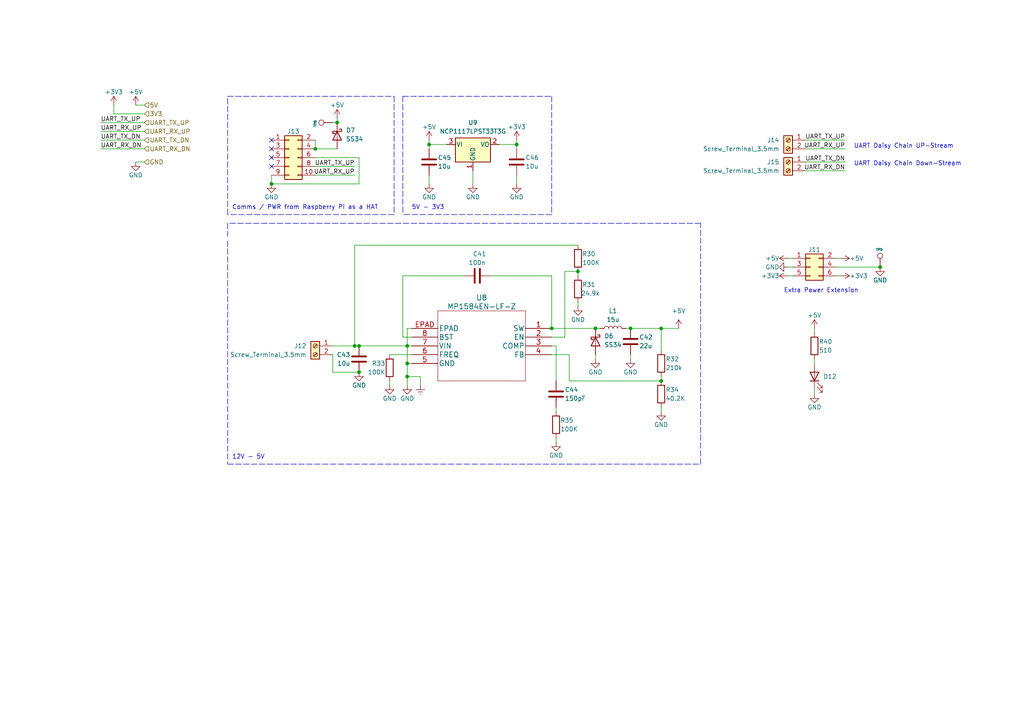
<source format=kicad_sch>
(kicad_sch (version 20211123) (generator eeschema)
  (paper "A4")
  (title_block (date "2022-09-12") (rev "0.2") (comment 1 "Runnan Li"))
  (lib_symbols
    (symbol "Connector:Screw_Terminal_01x02" (pin_names (offset 1.016) hide)
      (property "Reference" "J" (at 0 2.54 0))
      (property "Value" "Screw_Terminal_01x02" (at 0 -5.08 0))
      (symbol "Screw_Terminal_01x02_1_1"
        (rectangle (start -1.27 1.27) (end 1.27 -3.81) (stroke (width 0.254)) (fill (type background)))
        (circle (center 0 -2.54) (radius 0.635) (stroke (width 0.1524)))
        (polyline (pts (xy -0.5334 -2.2098) (xy 0.3302 -3.048)) (stroke (width 0.1524)))
        (polyline (pts (xy -0.5334 0.3302) (xy 0.3302 -0.508)) (stroke (width 0.1524)))
        (polyline (pts (xy -0.3556 -2.032) (xy 0.508 -2.8702)) (stroke (width 0.1524)))
        (polyline (pts (xy -0.3556 0.508) (xy 0.508 -0.3302)) (stroke (width 0.1524)))
        (circle (center 0 0) (radius 0.635) (stroke (width 0.1524)))
        (pin passive line (at -5.08 0 0) (length 3.81) (name "Pin_1") (number "1"))
        (pin passive line (at -5.08 -2.54 0) (length 3.81) (name "Pin_2") (number "2"))
      )
    )
    (symbol "Connector:TestPoint" (pin_numbers hide) (pin_names (offset 0.762) hide)
      (property "Reference" "TP" (at 0 6.858 0))
      (property "Value" "TestPoint" (at 0 5.08 0))
      (symbol "TestPoint_0_1"
        (circle (center 0 3.302) (radius 0.762))
      )
      (symbol "TestPoint_1_1"
        (pin passive line (at 0 0 90) (length 2.54) (name "1") (number "1"))
      )
    )
    (symbol "Connector_Generic:Conn_02x03_Odd_Even" (pin_names (offset 1.016) hide)
      (property "Reference" "J" (at 1.27 5.08 0))
      (property "Value" "Conn_02x03_Odd_Even" (at 1.27 -5.08 0))
      (symbol "Conn_02x03_Odd_Even_1_1"
        (rectangle (start -1.27 -2.413) (end 0 -2.667) (stroke (width 0.1524)))
        (rectangle (start -1.27 0.127) (end 0 -0.127) (stroke (width 0.1524)))
        (rectangle (start -1.27 2.667) (end 0 2.413) (stroke (width 0.1524)))
        (rectangle (start -1.27 3.81) (end 3.81 -3.81) (stroke (width 0.254)) (fill (type background)))
        (rectangle (start 3.81 -2.413) (end 2.54 -2.667) (stroke (width 0.1524)))
        (rectangle (start 3.81 0.127) (end 2.54 -0.127) (stroke (width 0.1524)))
        (rectangle (start 3.81 2.667) (end 2.54 2.413) (stroke (width 0.1524)))
        (pin passive line (at -5.08 2.54 0) (length 3.81) (name "Pin_1") (number "1"))
        (pin passive line (at 7.62 2.54 180) (length 3.81) (name "Pin_2") (number "2"))
        (pin passive line (at -5.08 0 0) (length 3.81) (name "Pin_3") (number "3"))
        (pin passive line (at 7.62 0 180) (length 3.81) (name "Pin_4") (number "4"))
        (pin passive line (at -5.08 -2.54 0) (length 3.81) (name "Pin_5") (number "5"))
        (pin passive line (at 7.62 -2.54 180) (length 3.81) (name "Pin_6") (number "6"))
      )
    )
    (symbol "Connector_Generic:Conn_02x05_Odd_Even" (pin_names (offset 1.016) hide)
      (property "Reference" "J" (at 1.27 7.62 0))
      (property "Value" "Conn_02x05_Odd_Even" (at 1.27 -7.62 0))
      (symbol "Conn_02x05_Odd_Even_1_1"
        (rectangle (start -1.27 -4.953) (end 0 -5.207) (stroke (width 0.1524)))
        (rectangle (start -1.27 -2.413) (end 0 -2.667) (stroke (width 0.1524)))
        (rectangle (start -1.27 0.127) (end 0 -0.127) (stroke (width 0.1524)))
        (rectangle (start -1.27 2.667) (end 0 2.413) (stroke (width 0.1524)))
        (rectangle (start -1.27 5.207) (end 0 4.953) (stroke (width 0.1524)))
        (rectangle (start -1.27 6.35) (end 3.81 -6.35) (stroke (width 0.254)) (fill (type background)))
        (rectangle (start 3.81 -4.953) (end 2.54 -5.207) (stroke (width 0.1524)))
        (rectangle (start 3.81 -2.413) (end 2.54 -2.667) (stroke (width 0.1524)))
        (rectangle (start 3.81 0.127) (end 2.54 -0.127) (stroke (width 0.1524)))
        (rectangle (start 3.81 2.667) (end 2.54 2.413) (stroke (width 0.1524)))
        (rectangle (start 3.81 5.207) (end 2.54 4.953) (stroke (width 0.1524)))
        (pin passive line (at -5.08 5.08 0) (length 3.81) (name "Pin_1") (number "1"))
        (pin passive line (at 7.62 -5.08 180) (length 3.81) (name "Pin_10") (number "10"))
        (pin passive line (at 7.62 5.08 180) (length 3.81) (name "Pin_2") (number "2"))
        (pin passive line (at -5.08 2.54 0) (length 3.81) (name "Pin_3") (number "3"))
        (pin passive line (at 7.62 2.54 180) (length 3.81) (name "Pin_4") (number "4"))
        (pin passive line (at -5.08 0 0) (length 3.81) (name "Pin_5") (number "5"))
        (pin passive line (at 7.62 0 180) (length 3.81) (name "Pin_6") (number "6"))
        (pin passive line (at -5.08 -2.54 0) (length 3.81) (name "Pin_7") (number "7"))
        (pin passive line (at 7.62 -2.54 180) (length 3.81) (name "Pin_8") (number "8"))
        (pin passive line (at -5.08 -5.08 0) (length 3.81) (name "Pin_9") (number "9"))
      )
    )
    (symbol "Device:C" (pin_numbers hide) (pin_names (offset 0.254))
      (property "Reference" "C" (at 0.635 2.54 0))
      (property "Value" "C" (at 0.635 -2.54 0))
      (symbol "C_0_1"
        (polyline (pts (xy -2.032 -0.762) (xy 2.032 -0.762)) (stroke (width 0.508)))
        (polyline (pts (xy -2.032 0.762) (xy 2.032 0.762)) (stroke (width 0.508)))
      )
      (symbol "C_1_1"
        (pin passive line (at 0 3.81 270) (length 2.794) (name "~") (number "1"))
        (pin passive line (at 0 -3.81 90) (length 2.794) (name "~") (number "2"))
      )
    )
    (symbol "Device:D_Schottky" (pin_numbers hide) (pin_names (offset 1.016) hide)
      (property "Reference" "D" (at 0 2.54 0))
      (property "Value" "D_Schottky" (at 0 -2.54 0))
      (symbol "D_Schottky_0_1"
        (polyline (pts (xy 1.27 0) (xy -1.27 0)))
        (polyline (pts (xy 1.27 1.27) (xy 1.27 -1.27) (xy -1.27 0) (xy 1.27 1.27)) (stroke (width 0.254)))
        (polyline (pts (xy -1.905 0.635) (xy -1.905 1.27) (xy -1.27 1.27) (xy -1.27 -1.27) (xy -0.635 -1.27) (xy -0.635 -0.635)) (stroke (width 0.254)))
      )
      (symbol "D_Schottky_1_1"
        (pin passive line (at -3.81 0 0) (length 2.54) (name "K") (number "1"))
        (pin passive line (at 3.81 0 180) (length 2.54) (name "A") (number "2"))
      )
    )
    (symbol "Device:L" (pin_numbers hide) (pin_names (offset 1.016) hide)
      (property "Reference" "L" (at -1.27 0 90))
      (property "Value" "L" (at 1.905 0 90))
      (symbol "L_0_1"
        (arc (start 0 -2.54) (mid 0.635 -1.905) (end 0 -1.27))
        (arc (start 0 -1.27) (mid 0.635 -0.635) (end 0 0))
        (arc (start 0 0) (mid 0.635 0.635) (end 0 1.27))
        (arc (start 0 1.27) (mid 0.635 1.905) (end 0 2.54))
      )
      (symbol "L_1_1"
        (pin passive line (at 0 3.81 270) (length 1.27) (name "1") (number "1"))
        (pin passive line (at 0 -3.81 90) (length 1.27) (name "2") (number "2"))
      )
    )
    (symbol "Device:LED" (pin_numbers hide) (pin_names (offset 1.016) hide)
      (property "Reference" "D" (at 0 2.54 0))
      (property "Value" "LED" (at 0 -2.54 0))
      (symbol "LED_0_1"
        (polyline (pts (xy -1.27 -1.27) (xy -1.27 1.27)) (stroke (width 0.254)))
        (polyline (pts (xy -1.27 0) (xy 1.27 0)))
        (polyline (pts (xy 1.27 -1.27) (xy 1.27 1.27) (xy -1.27 0) (xy 1.27 -1.27)) (stroke (width 0.254)))
        (polyline (pts (xy -3.048 -0.762) (xy -4.572 -2.286) (xy -3.81 -2.286) (xy -4.572 -2.286) (xy -4.572 -1.524)))
        (polyline (pts (xy -1.778 -0.762) (xy -3.302 -2.286) (xy -2.54 -2.286) (xy -3.302 -2.286) (xy -3.302 -1.524)))
      )
      (symbol "LED_1_1"
        (pin passive line (at -3.81 0 0) (length 2.54) (name "K") (number "1"))
        (pin passive line (at 3.81 0 180) (length 2.54) (name "A") (number "2"))
      )
    )
    (symbol "Device:R" (pin_numbers hide) (pin_names (offset 0))
      (property "Reference" "R" (at 2.032 0 90))
      (property "Value" "R" (at 0 0 90))
      (symbol "R_0_1"
        (rectangle (start -1.016 -2.54) (end 1.016 2.54) (stroke (width 0.254)))
      )
      (symbol "R_1_1"
        (pin passive line (at 0 3.81 270) (length 1.27) (name "~") (number "1"))
        (pin passive line (at 0 -3.81 90) (length 1.27) (name "~") (number "2"))
      )
    )
    (symbol "Regulator_Linear:NCP1117-3.3_SOT223" (pin_names (offset 0.254))
      (property "Reference" "U" (at -3.81 3.175 0))
      (property "Value" "NCP1117-3.3_SOT223" (at 0 3.175 0))
      (symbol "NCP1117-3.3_SOT223_0_1"
        (rectangle (start -5.08 -5.08) (end 5.08 1.905) (stroke (width 0.254)) (fill (type background)))
      )
      (symbol "NCP1117-3.3_SOT223_1_1"
        (pin power_in line (at 0 -7.62 90) (length 2.54) (name "GND") (number "1"))
        (pin power_out line (at 7.62 0 180) (length 2.54) (name "VO") (number "2"))
        (pin power_in line (at -7.62 0 0) (length 2.54) (name "VI") (number "3"))
      )
    )
    (symbol "power:+3V3" (power) (pin_names (offset 0))
      (property "Value" "+3V3" (at 0 3.556 0))
      (symbol "+3V3_0_1"
        (polyline (pts (xy -0.762 1.27) (xy 0 2.54)))
        (polyline (pts (xy 0 0) (xy 0 2.54)))
        (polyline (pts (xy 0 2.54) (xy 0.762 1.27)))
      )
      (symbol "+3V3_1_1"
        (pin power_in line (at 0 0 90) (length 0) hide (name "+3V3") (number "1"))
      )
    )
    (symbol "power:+5V" (power) (pin_names (offset 0))
      (property "Value" "+5V" (at 0 3.556 0))
      (symbol "+5V_0_1"
        (polyline (pts (xy -0.762 1.27) (xy 0 2.54)))
        (polyline (pts (xy 0 0) (xy 0 2.54)))
        (polyline (pts (xy 0 2.54) (xy 0.762 1.27)))
      )
      (symbol "+5V_1_1"
        (pin power_in line (at 0 0 90) (length 0) hide (name "+5V") (number "1"))
      )
    )
    (symbol "power:Earth" (power) (pin_names (offset 0))
      (symbol "Earth_0_1"
        (polyline (pts (xy -0.635 -1.905) (xy 0.635 -1.905)))
        (polyline (pts (xy -0.127 -2.54) (xy 0.127 -2.54)))
        (polyline (pts (xy 0 -1.27) (xy 0 0)))
        (polyline (pts (xy 1.27 -1.27) (xy -1.27 -1.27)))
      )
      (symbol "Earth_1_1"
        (pin power_in line (at 0 0 270) (length 0) hide (name "Earth") (number "1"))
      )
    )
    (symbol "power:GND" (power) (pin_names (offset 0))
      (property "Value" "GND" (at 0 -3.81 0))
      (symbol "GND_0_1"
        (polyline (pts (xy 0 0) (xy 0 -1.27) (xy 1.27 -1.27) (xy 0 -2.54) (xy -1.27 -1.27) (xy 0 -1.27)))
      )
      (symbol "GND_1_1"
        (pin power_in line (at 0 0 270) (length 0) hide (name "GND") (number "1"))
      )
    )
    (symbol "usb_xwitch:MP1584EN-LF-Z" (pin_names (offset 0.254))
      (property "Reference" "U" (at 20.32 10.16 0))
      (property "Value" "MP1584EN-LF-Z" (at 20.32 7.62 0))
      (symbol "MP1584EN-LF-Z_1_1"
        (polyline (pts (xy 7.62 -15.24) (xy 33.02 -15.24)) (stroke (width 0.127)))
        (polyline (pts (xy 7.62 5.08) (xy 7.62 -15.24)) (stroke (width 0.127)))
        (polyline (pts (xy 33.02 -15.24) (xy 33.02 5.08)) (stroke (width 0.127)))
        (polyline (pts (xy 33.02 5.08) (xy 7.62 5.08)) (stroke (width 0.127)))
        (pin output line (at 0 0 0) (length 7.62) (name "SW") (number "1"))
        (pin input line (at 0 -2.54 0) (length 7.62) (name "EN") (number "2"))
        (pin output line (at 0 -5.08 0) (length 7.62) (name "COMP") (number "3"))
        (pin input line (at 0 -7.62 0) (length 7.62) (name "FB") (number "4"))
        (pin power_in line (at 40.64 -10.16 180) (length 7.62) (name "GND") (number "5"))
        (pin input line (at 40.64 -7.62 180) (length 7.62) (name "FREQ") (number "6"))
        (pin power_in line (at 40.64 -5.08 180) (length 7.62) (name "VIN") (number "7"))
        (pin unspecified line (at 40.64 -2.54 180) (length 7.62) (name "BST") (number "8"))
        (pin power_in line (at 40.64 0 180) (length 7.62) (name "EPAD") (number "EPAD"))
      )
    )
  )
  (junction (at 191.77 95.25))
  (junction (at 160.02 95.25))
  (junction (at 124.46 41.91))
  (junction (at 118.11 100.33))
  (junction (at 191.77 110.49))
  (junction (at 149.86 41.91))
  (junction (at 172.72 95.25))
  (junction (at 255.27 77.47))
  (junction (at 102.87 100.33))
  (junction (at 78.74 53.34))
  (junction (at 182.88 95.25))
  (junction (at 104.14 107.95))
  (junction (at 91.44 43.18))
  (junction (at 118.11 109.22))
  (junction (at 97.79 35.56))
  (junction (at 118.11 105.41))
  (junction (at 104.14 100.33))
  (junction (at 167.64 78.74))
  (no_connect (at 78.74 48.26))
  (no_connect (at 78.74 40.64))
  (no_connect (at 78.74 43.18))
  (no_connect (at 78.74 45.72))
  (wire (pts (xy 104.14 45.72) (xy 104.14 53.34)))
  (wire (pts (xy 102.87 100.33) (xy 96.52 100.33)))
  (polyline (pts (xy 203.2 64.77) (xy 66.04 64.77)))
  (wire (pts (xy 242.57 77.47) (xy 255.27 77.47)))
  (wire (pts (xy 167.64 78.74) (xy 167.64 80.01)))
  (wire (pts (xy 91.44 45.72) (xy 104.14 45.72)))
  (wire (pts (xy 160.02 102.87) (xy 165.1 102.87)))
  (wire (pts (xy 144.78 41.91) (xy 149.86 41.91)))
  (wire (pts (xy 161.29 127) (xy 161.29 128.27)))
  (polyline (pts (xy 160.02 27.94) (xy 160.02 62.23)))
  (wire (pts (xy 104.14 100.33) (xy 102.87 100.33)))
  (wire (pts (xy 39.37 30.48) (xy 41.91 30.48)))
  (wire (pts (xy 163.83 97.79) (xy 163.83 78.74)))
  (wire (pts (xy 160.02 97.79) (xy 163.83 97.79)))
  (polyline (pts (xy 66.04 64.77) (xy 66.04 68.58)))
  (wire (pts (xy 29.21 38.1) (xy 41.91 38.1)))
  (wire (pts (xy 118.11 105.41) (xy 118.11 109.22)))
  (wire (pts (xy 124.46 41.91) (xy 124.46 43.18)))
  (wire (pts (xy 161.29 118.11) (xy 161.29 119.38)))
  (polyline (pts (xy 66.04 27.94) (xy 114.3 27.94)))
  (wire (pts (xy 167.64 71.12) (xy 102.87 71.12)))
  (wire (pts (xy 245.11 43.18) (xy 233.68 43.18)))
  (wire (pts (xy 228.6 74.93) (xy 229.87 74.93)))
  (wire (pts (xy 121.92 111.76) (xy 121.92 109.22)))
  (wire (pts (xy 242.57 74.93) (xy 243.84 74.93)))
  (wire (pts (xy 97.79 34.29) (xy 97.79 35.56)))
  (wire (pts (xy 118.11 100.33) (xy 118.11 105.41)))
  (polyline (pts (xy 66.04 134.62) (xy 203.2 134.62)))
  (wire (pts (xy 160.02 80.01) (xy 160.02 95.25)))
  (wire (pts (xy 182.88 95.25) (xy 191.77 95.25)))
  (wire (pts (xy 119.38 95.25) (xy 118.11 95.25)))
  (wire (pts (xy 165.1 102.87) (xy 165.1 110.49)))
  (wire (pts (xy 245.11 40.64) (xy 233.68 40.64)))
  (wire (pts (xy 116.84 97.79) (xy 119.38 97.79)))
  (wire (pts (xy 118.11 100.33) (xy 104.14 100.33)))
  (wire (pts (xy 161.29 110.49) (xy 161.29 100.33)))
  (wire (pts (xy 161.29 100.33) (xy 160.02 100.33)))
  (wire (pts (xy 167.64 87.63) (xy 167.64 88.9)))
  (wire (pts (xy 113.03 110.49) (xy 113.03 111.76)))
  (wire (pts (xy 191.77 118.11) (xy 191.77 119.38)))
  (wire (pts (xy 137.16 49.53) (xy 137.16 53.34)))
  (wire (pts (xy 191.77 109.22) (xy 191.77 110.49)))
  (wire (pts (xy 191.77 101.6) (xy 191.77 95.25)))
  (wire (pts (xy 124.46 40.64) (xy 124.46 41.91)))
  (wire (pts (xy 118.11 109.22) (xy 118.11 111.76)))
  (wire (pts (xy 119.38 102.87) (xy 113.03 102.87)))
  (wire (pts (xy 236.22 95.25) (xy 236.22 96.52)))
  (wire (pts (xy 236.22 113.03) (xy 236.22 114.3)))
  (polyline (pts (xy 160.02 62.23) (xy 116.84 62.23)))
  (polyline (pts (xy 66.04 62.23) (xy 66.04 27.94)))
  (polyline (pts (xy 114.3 62.23) (xy 66.04 62.23)))
  (wire (pts (xy 163.83 78.74) (xy 167.64 78.74)))
  (wire (pts (xy 245.11 49.53) (xy 233.68 49.53)))
  (wire (pts (xy 78.74 50.8) (xy 78.74 53.34)))
  (polyline (pts (xy 114.3 27.94) (xy 114.3 62.23)))
  (polyline (pts (xy 116.84 27.94) (xy 160.02 27.94)))
  (wire (pts (xy 181.61 95.25) (xy 182.88 95.25)))
  (wire (pts (xy 96.52 107.95) (xy 104.14 107.95)))
  (wire (pts (xy 33.02 33.02) (xy 33.02 30.48)))
  (wire (pts (xy 29.21 35.56) (xy 41.91 35.56)))
  (wire (pts (xy 91.44 40.64) (xy 91.44 43.18)))
  (wire (pts (xy 118.11 95.25) (xy 118.11 100.33)))
  (wire (pts (xy 134.62 80.01) (xy 116.84 80.01)))
  (wire (pts (xy 91.44 48.26) (xy 102.87 48.26)))
  (wire (pts (xy 142.24 80.01) (xy 160.02 80.01)))
  (polyline (pts (xy 116.84 27.94) (xy 116.84 62.23)))
  (wire (pts (xy 149.86 41.91) (xy 149.86 43.18)))
  (wire (pts (xy 236.22 104.14) (xy 236.22 105.41)))
  (wire (pts (xy 29.21 43.18) (xy 41.91 43.18)))
  (wire (pts (xy 41.91 33.02) (xy 33.02 33.02)))
  (wire (pts (xy 102.87 71.12) (xy 102.87 100.33)))
  (wire (pts (xy 124.46 50.8) (xy 124.46 53.34)))
  (wire (pts (xy 96.52 102.87) (xy 96.52 107.95)))
  (wire (pts (xy 118.11 105.41) (xy 119.38 105.41)))
  (wire (pts (xy 39.37 46.99) (xy 41.91 46.99)))
  (wire (pts (xy 172.72 95.25) (xy 173.99 95.25)))
  (wire (pts (xy 182.88 102.87) (xy 182.88 104.14)))
  (wire (pts (xy 160.02 95.25) (xy 172.72 95.25)))
  (wire (pts (xy 104.14 53.34) (xy 78.74 53.34)))
  (wire (pts (xy 116.84 80.01) (xy 116.84 97.79)))
  (wire (pts (xy 118.11 100.33) (xy 119.38 100.33)))
  (polyline (pts (xy 66.04 69.85) (xy 66.04 134.62)))
  (wire (pts (xy 91.44 50.8) (xy 102.87 50.8)))
  (polyline (pts (xy 203.2 134.62) (xy 203.2 64.77)))
  (wire (pts (xy 91.44 43.18) (xy 97.79 43.18)))
  (wire (pts (xy 165.1 110.49) (xy 191.77 110.49)))
  (wire (pts (xy 245.11 46.99) (xy 233.68 46.99)))
  (wire (pts (xy 242.57 80.01) (xy 243.84 80.01)))
  (wire (pts (xy 121.92 109.22) (xy 118.11 109.22)))
  (wire (pts (xy 172.72 102.87) (xy 172.72 104.14)))
  (wire (pts (xy 228.6 77.47) (xy 229.87 77.47)))
  (wire (pts (xy 29.21 40.64) (xy 41.91 40.64)))
  (wire (pts (xy 191.77 95.25) (xy 196.85 95.25)))
  (wire (pts (xy 96.52 35.56) (xy 97.79 35.56)))
  (wire (pts (xy 228.6 80.01) (xy 229.87 80.01)))
  (wire (pts (xy 124.46 41.91) (xy 129.54 41.91)))
  (wire (pts (xy 149.86 50.8) (xy 149.86 53.34)))
  (wire (pts (xy 149.86 40.64) (xy 149.86 41.91)))
  (text "12V - 5V" (at 67.31 133.35 0) (effects (font (size 1.27 1.27)) (justify left bottom)))
  (text "Comms / PWR from Raspberry Pi as a HAT" (at 67.31 60.96 0) (effects (font (size 1.27 1.27)) (justify left bottom)))
  (text "Extra Power Extension" (at 227.33 85.09 0) (effects (font (size 1.27 1.27)) (justify left bottom)))
  (text "5V - 3V3" (at 119.38 60.96 0) (effects (font (size 1.27 1.27)) (justify left bottom)))
  (text "UART Daisy Chain UP-Stream" (at 247.65 43.18 0) (effects (font (size 1.27 1.27)) (justify left bottom)))
  (text "UART Daisy Chain Down-Stream" (at 247.65 48.26 0) (effects (font (size 1.27 1.27)) (justify left bottom)))
  (label "UART_RX_UP" (at 102.87 50.8 180))
  (label "UART_TX_DN" (at 29.21 40.64 0))
  (label "UART_RX_UP" (at 29.21 38.1 0))
  (label "UART_TX_UP" (at 102.87 48.26 180))
  (label "UART_RX_UP" (at 245.11 43.18 180))
  (label "UART_TX_UP" (at 245.11 40.64 180))
  (label "UART_RX_DN" (at 245.11 49.53 180))
  (label "UART_TX_UP" (at 29.21 35.56 0))
  (label "UART_RX_DN" (at 29.21 43.18 0))
  (label "UART_TX_DN" (at 245.11 46.99 180))
  (hierarchical_label "GND" (shape input) (at 41.91 46.99 0))
  (hierarchical_label "5V" (shape input) (at 41.91 30.48 0))
  (hierarchical_label "3V3" (shape input) (at 41.91 33.02 0))
  (hierarchical_label "UART_RX_UP" (shape input) (at 41.91 38.1 0))
  (hierarchical_label "UART_TX_UP" (shape input) (at 41.91 35.56 0))
  (hierarchical_label "UART_RX_DN" (shape input) (at 41.91 43.18 0))
  (hierarchical_label "UART_TX_DN" (shape input) (at 41.91 40.64 0))
  (symbol (lib_id "Device:C") (at 124.46 46.99 0) (unit 1)
    (property "Reference" "C45" (at 127 45.72 0) (effects (justify left)))
    (property "Value" "10u" (at 127 48.26 0) (effects (justify left)))
    (property "Footprint" "Capacitor_SMD:C_0603_1608Metric_Pad1.08x0.95mm_HandSolder" (effects hide))
    (property "LCSC" "C96446" (effects hide))
  )
  (symbol (lib_id "power:+5V") (at 124.46 40.64 0) (mirror y) (unit 1)
    (property "Reference" "#PWR0121" (effects hide))
    (property "Value" "+5V" (at 124.46 36.83 0))
  )
  (symbol (lib_id "Connector:Screw_Terminal_01x02") (at 91.44 100.33 0) (mirror y) (unit 1)
    (property "Reference" "J12" (at 88.9 100.3299 0) (effects (justify left)))
    (property "Value" "Screw_Terminal_3.5mm" (at 88.9 102.8699 0) (effects (justify left)))
    (property "Footprint" "TerminalBlock_4Ucon:TerminalBlock_4Ucon_1x02_P3.50mm_Horizontal" (effects hide))
    (property "LCSC" "C466970" (effects hide))
  )
  (symbol (lib_id "power:GND") (at 161.29 128.27 0) (unit 1)
    (property "Reference" "#PWR0120" (effects hide))
    (property "Value" "GND" (at 161.29 132.08 0))
  )
  (symbol (lib_id "power:+5V") (at 97.79 34.29 0) (unit 1)
    (property "Reference" "#PWR0111" (effects hide))
    (property "Value" "+5V" (at 97.79 30.48 0))
  )
  (symbol (lib_id "power:Earth") (at 121.92 111.76 0) (mirror y) (unit 1)
    (property "Reference" "#PWR0117" (effects hide))
    (property "Value" "Earth" (effects hide))
  )
  (symbol (lib_id "Device:R") (at 113.03 106.68 0) (mirror x) (unit 1)
    (property "Reference" "R33" (at 111.76 105.41 0) (effects (justify right)))
    (property "Value" "100K" (at 111.76 107.95 0) (effects (justify right)))
    (property "Footprint" "Resistor_SMD:R_0402_1005Metric_Pad0.72x0.64mm_HandSolder" (effects hide))
    (property "LCSC" "C25741" (effects hide))
  )
  (symbol (lib_id "Device:R") (at 191.77 105.41 0) (unit 1)
    (property "Reference" "R32" (at 193.04 104.14 0) (effects (justify left)))
    (property "Value" "210k" (at 193.04 106.68 0) (effects (justify left)))
    (property "Footprint" "Resistor_SMD:R_0402_1005Metric_Pad0.72x0.64mm_HandSolder" (effects hide))
    (property "LCSC" "C58827" (effects hide))
  )
  (symbol (lib_id "power:+3V3") (at 228.6 80.01 90) (unit 1)
    (property "Reference" "#PWR0107" (effects hide))
    (property "Value" "+3V3" (at 226.06 80.01 90) (effects (justify left)))
  )
  (symbol (lib_id "power:GND") (at 137.16 53.34 0) (unit 1)
    (property "Reference" "#PWR0124" (effects hide))
    (property "Value" "GND" (at 137.16 57.15 0))
  )
  (symbol (lib_id "Connector:TestPoint") (at 96.52 35.56 90) (unit 1)
    (property "Reference" "TP6" (at 91.44 36.83 0) (effects (font (size 0.7 0.7)) (justify left)))
    (property "Value" "TestPoint" (effects hide))
    (property "Footprint" "TestPoint:TestPoint_Pad_D1.0mm" (effects hide))
  )
  (symbol (lib_id "Device:LED") (at 236.22 109.22 90) (unit 1)
    (property "Reference" "D12" (at 238.76 109.22 90) (effects (justify right)))
    (property "Value" "19-217/GHC-YR1S2/3T" (effects hide))
    (property "Footprint" "Diode_SMD:D_0603_1608Metric_Pad1.05x0.95mm_HandSolder" (effects hide))
    (property "Datasheet" "https://media.digikey.com/pdf/Data%20Sheets/Everlight%20PDFs/19-217,GHC-YR1S2,3T.pdf" (effects hide))
    (property "LCSC" "C72043" (effects hide))
  )
  (symbol (lib_id "power:GND") (at 236.22 114.3 0) (unit 1)
    (property "Reference" "#PWR019" (effects hide))
    (property "Value" "GND" (at 236.22 118.11 0))
  )
  (symbol (lib_id "power:GND") (at 118.11 111.76 0) (mirror y) (unit 1)
    (property "Reference" "#PWR0116" (effects hide))
    (property "Value" "GND" (at 118.11 115.57 0))
  )
  (symbol (lib_id "power:GND") (at 78.74 53.34 0) (unit 1)
    (property "Reference" "#PWR0118" (effects hide))
    (property "Value" "GND" (at 78.74 57.15 0))
  )
  (symbol (lib_id "power:+3V3") (at 33.02 30.48 0) (unit 1)
    (property "Reference" "#PWR0100" (effects hide))
    (property "Value" "+3V3" (at 33.02 26.67 0))
  )
  (symbol (lib_id "Device:R") (at 161.29 123.19 0) (mirror x) (unit 1)
    (property "Reference" "R35" (at 166.37 121.92 0) (effects (justify right)))
    (property "Value" "100K" (at 167.64 124.46 0) (effects (justify right)))
    (property "Footprint" "Resistor_SMD:R_0402_1005Metric_Pad0.72x0.64mm_HandSolder" (effects hide))
    (property "LCSC" "C25741" (effects hide))
  )
  (symbol (lib_id "power:+3V3") (at 243.84 80.01 270) (unit 1)
    (property "Reference" "#PWR0108" (effects hide))
    (property "Value" "+3V3" (at 246.38 80.01 90) (effects (justify left)))
  )
  (symbol (lib_id "Device:C") (at 182.88 99.06 0) (unit 1)
    (property "Reference" "C42" (at 185.42 97.79 0) (effects (justify left)))
    (property "Value" "22u" (at 185.42 100.33 0) (effects (justify left)))
    (property "Footprint" "Capacitor_SMD:C_1206_3216Metric_Pad1.33x1.80mm_HandSolder" (effects hide))
    (property "LCSC" "C12891" (effects hide))
  )
  (symbol (lib_id "usb_xwitch:MP1584EN-LF-Z") (at 160.02 95.25 0) (mirror y) (unit 1)
    (property "Reference" "U8" (at 139.7 86.36 0) (effects (font (size 1.524 1.524))))
    (property "Value" "MP1584EN-LF-Z" (at 139.7 88.9 0) (effects (font (size 1.524 1.524))))
    (property "Footprint" "usb_xwitch:MP1584EN-LF-Z" (effects hide))
    (property "Datasheet" "https://au.mouser.com/datasheet/2/277/MP1584EN_LF_Z-1383965.pdf" (effects hide))
    (property "LCSC" "C15051" (effects hide))
  )
  (symbol (lib_id "power:+5V") (at 236.22 95.25 0) (mirror y) (unit 1)
    (property "Reference" "#PWR018" (effects hide))
    (property "Value" "+5V" (at 236.22 91.44 0))
  )
  (symbol (lib_id "Regulator_Linear:NCP1117-3.3_SOT223") (at 137.16 41.91 0) (unit 1)
    (property "Reference" "U9" (at 137.16 35.56 0))
    (property "Value" "NCP1117LPST33T3G" (at 137.16 38.1 0))
    (property "Footprint" "Package_TO_SOT_SMD:SOT-223-3_TabPin2" (effects hide))
    (property "Datasheet" "http://www.onsemi.com/pub_link/Collateral/NCP1117-D.PDF" (effects hide))
    (property "LCSC" "C146799" (effects hide))
  )
  (symbol (lib_id "Device:C") (at 138.43 80.01 270) (mirror x) (unit 1)
    (property "Reference" "C41" (at 137.16 73.66 90) (effects (justify left)))
    (property "Value" "100n" (at 135.89 76.2 90) (effects (justify left)))
    (property "Footprint" "Resistor_SMD:R_0402_1005Metric_Pad0.72x0.64mm_HandSolder" (effects hide))
    (property "LCSC" "C1525" (effects hide))
  )
  (symbol (lib_id "Connector:Screw_Terminal_01x02") (at 228.6 40.64 0) (mirror y) (unit 1)
    (property "Reference" "J14" (at 226.06 40.6399 0) (effects (justify left)))
    (property "Value" "Screw_Terminal_3.5mm" (at 226.06 43.1799 0) (effects (justify left)))
    (property "Footprint" "TerminalBlock_4Ucon:TerminalBlock_4Ucon_1x02_P3.50mm_Horizontal" (effects hide))
    (property "LCSC" "C466970" (effects hide))
  )
  (symbol (lib_id "Device:D_Schottky") (at 97.79 39.37 270) (unit 1)
    (property "Reference" "D7" (at 100.33 37.7824 90) (effects (justify left)))
    (property "Value" "SS34" (at 100.33 40.3224 90) (effects (justify left)))
    (property "Footprint" "Diode_SMD:D_SMA" (effects hide))
    (property "LCSC" "C8678" (effects hide))
  )
  (symbol (lib_id "power:GND") (at 182.88 104.14 0) (mirror y) (unit 1)
    (property "Reference" "#PWR0113" (effects hide))
    (property "Value" "GND" (at 182.88 107.95 0))
  )
  (symbol (lib_id "Connector:Screw_Terminal_01x02") (at 228.6 46.99 0) (mirror y) (unit 1)
    (property "Reference" "J15" (at 226.06 46.9899 0) (effects (justify left)))
    (property "Value" "Screw_Terminal_3.5mm" (at 226.06 49.5299 0) (effects (justify left)))
    (property "Footprint" "TerminalBlock_4Ucon:TerminalBlock_4Ucon_1x02_P3.50mm_Horizontal" (effects hide))
    (property "LCSC" "C466970" (effects hide))
  )
  (symbol (lib_id "Device:R") (at 167.64 74.93 0) (mirror x) (unit 1)
    (property "Reference" "R30" (at 172.72 73.66 0) (effects (justify right)))
    (property "Value" "100K" (at 173.99 76.2 0) (effects (justify right)))
    (property "Footprint" "Resistor_SMD:R_0402_1005Metric_Pad0.72x0.64mm_HandSolder" (effects hide))
    (property "LCSC" "C25741" (effects hide))
  )
  (symbol (lib_id "Device:C") (at 104.14 104.14 0) (mirror y) (unit 1)
    (property "Reference" "C43" (at 101.6 102.87 0) (effects (justify left)))
    (property "Value" "10u" (at 101.6 105.41 0) (effects (justify left)))
    (property "Footprint" "Capacitor_SMD:C_0805_2012Metric_Pad1.18x1.45mm_HandSolder" (effects hide))
    (property "LCSC" "C440198" (effects hide))
  )
  (symbol (lib_id "Connector_Generic:Conn_02x05_Odd_Even") (at 83.82 45.72 0) (unit 1)
    (property "Reference" "J13" (at 85.09 38.1 0))
    (property "Value" "Conn_02x05_Odd_Even" (effects hide))
    (property "Footprint" "Connector_PinSocket_2.54mm:PinSocket_2x05_P2.54mm_Vertical" (effects hide))
  )
  (symbol (lib_id "power:+5V") (at 39.37 30.48 0) (unit 1)
    (property "Reference" "#PWR0101" (effects hide))
    (property "Value" "+5V" (at 39.37 26.67 0))
  )
  (symbol (lib_id "power:GND") (at 39.37 46.99 0) (unit 1)
    (property "Reference" "#PWR0102" (effects hide))
    (property "Value" "GND" (at 39.37 50.8 0))
  )
  (symbol (lib_id "Device:R") (at 236.22 100.33 0) (unit 1)
    (property "Reference" "R40" (at 237.49 99.06 0) (effects (justify left)))
    (property "Value" "510" (at 237.49 101.6 0) (effects (justify left)))
    (property "Footprint" "Resistor_SMD:R_0402_1005Metric_Pad0.72x0.64mm_HandSolder" (effects hide))
    (property "LCSC" "C25123" (effects hide))
  )
  (symbol (lib_id "power:GND") (at 124.46 53.34 0) (unit 1)
    (property "Reference" "#PWR0123" (effects hide))
    (property "Value" "GND" (at 124.46 57.15 0))
  )
  (symbol (lib_id "power:+5V") (at 228.6 74.93 90) (unit 1)
    (property "Reference" "#PWR0103" (effects hide))
    (property "Value" "+5V" (at 226.06 74.93 90) (effects (justify left)))
  )
  (symbol (lib_id "Device:R") (at 167.64 83.82 0) (mirror y) (unit 1)
    (property "Reference" "R31" (at 172.72 82.55 0) (effects (justify left)))
    (property "Value" "24.9k" (at 173.99 85.09 0) (effects (justify left)))
    (property "Footprint" "Resistor_SMD:R_0603_1608Metric_Pad0.98x0.95mm_HandSolder" (effects hide))
    (property "LCSC" "C25962" (effects hide))
  )
  (symbol (lib_id "power:GND") (at 104.14 107.95 0) (mirror y) (unit 1)
    (property "Reference" "#PWR0114" (effects hide))
    (property "Value" "GND" (at 104.14 111.76 0))
  )
  (symbol (lib_id "Device:D_Schottky") (at 172.72 99.06 270) (unit 1)
    (property "Reference" "D6" (at 175.26 97.4724 90) (effects (justify left)))
    (property "Value" "SS34" (at 175.26 100.0124 90) (effects (justify left)))
    (property "Footprint" "Diode_SMD:D_SMA" (effects hide))
    (property "LCSC" "C8678" (effects hide))
  )
  (symbol (lib_id "power:+5V") (at 196.85 95.25 0) (unit 1)
    (property "Reference" "#PWR0110" (effects hide))
    (property "Value" "+5V" (at 196.85 90.17 0))
  )
  (symbol (lib_id "power:GND") (at 149.86 53.34 0) (unit 1)
    (property "Reference" "#PWR0125" (effects hide))
    (property "Value" "GND" (at 149.86 57.15 0))
  )
  (symbol (lib_id "power:GND") (at 172.72 104.14 0) (mirror y) (unit 1)
    (property "Reference" "#PWR0112" (effects hide))
    (property "Value" "GND" (at 172.72 107.95 0))
  )
  (symbol (lib_id "power:GND") (at 167.64 88.9 0) (mirror y) (unit 1)
    (property "Reference" "#PWR0109" (effects hide))
    (property "Value" "GND" (at 167.64 92.71 0))
  )
  (symbol (lib_id "Connector_Generic:Conn_02x03_Odd_Even") (at 234.95 77.47 0) (unit 1)
    (property "Reference" "J11" (at 236.22 72.39 0))
    (property "Value" "C65114" (effects hide))
    (property "Footprint" "Connector_PinHeader_2.54mm:PinHeader_2x03_P2.54mm_Vertical" (effects hide))
    (property "LCSC" "C65114" (effects hide))
  )
  (symbol (lib_id "power:GND") (at 191.77 119.38 0) (unit 1)
    (property "Reference" "#PWR0119" (effects hide))
    (property "Value" "GND" (at 191.77 123.19 0))
  )
  (symbol (lib_id "Device:L") (at 177.8 95.25 90) (unit 1)
    (property "Reference" "L1" (at 177.8 90.17 90))
    (property "Value" "15u" (at 177.8 92.71 90))
    (property "Footprint" "Inductor_SMD:L_12x12mm_H6mm" (effects hide))
    (property "LCSC" "C169384" (effects hide))
  )
  (symbol (lib_id "Device:C") (at 161.29 114.3 0) (unit 1)
    (property "Reference" "C44" (at 163.83 113.03 0) (effects (justify left)))
    (property "Value" "150pF" (at 163.83 115.57 0) (effects (justify left)))
    (property "Footprint" "Resistor_SMD:R_0402_1005Metric_Pad0.72x0.64mm_HandSolder" (effects hide))
    (property "LCSC" "C1527" (effects hide))
  )
  (symbol (lib_id "power:+3V3") (at 149.86 40.64 0) (unit 1)
    (property "Reference" "#PWR0122" (effects hide))
    (property "Value" "+3V3" (at 149.86 36.83 0))
  )
  (symbol (lib_id "Connector:TestPoint") (at 255.27 77.47 0) (unit 1)
    (property "Reference" "TP5" (at 254 72.39 0) (effects (font (size 0.7 0.7)) (justify left)))
    (property "Value" "TestPoint" (effects hide))
    (property "Footprint" "TestPoint:TestPoint_Pad_D1.5mm" (effects hide))
  )
  (symbol (lib_id "power:+5V") (at 243.84 74.93 270) (unit 1)
    (property "Reference" "#PWR0104" (effects hide))
    (property "Value" "+5V" (at 246.38 74.93 90) (effects (justify left)))
  )
  (symbol (lib_id "power:GND") (at 113.03 111.76 0) (mirror y) (unit 1)
    (property "Reference" "#PWR0115" (effects hide))
    (property "Value" "GND" (at 113.03 115.57 0))
  )
  (symbol (lib_id "power:GND") (at 228.6 77.47 270) (unit 1)
    (property "Reference" "#PWR0105" (effects hide))
    (property "Value" "GND" (at 226.06 77.47 90) (effects (justify right)))
  )
  (symbol (lib_id "Device:R") (at 191.77 114.3 0) (unit 1)
    (property "Reference" "R34" (at 193.04 113.03 0) (effects (justify left)))
    (property "Value" "40.2K" (at 193.04 115.57 0) (effects (justify left)))
    (property "Footprint" "Resistor_SMD:R_0402_1005Metric_Pad0.72x0.64mm_HandSolder" (effects hide))
    (property "LCSC" "C137983" (effects hide))
  )
  (symbol (lib_id "Device:C") (at 149.86 46.99 0) (unit 1)
    (property "Reference" "C46" (at 152.4 45.72 0) (effects (justify left)))
    (property "Value" "10u" (at 152.4 48.26 0) (effects (justify left)))
    (property "Footprint" "Capacitor_SMD:C_0603_1608Metric_Pad1.08x0.95mm_HandSolder" (effects hide))
    (property "LCSC" "C96446" (effects hide))
  )
  (symbol (lib_id "power:GND") (at 255.27 77.47 0) (unit 1)
    (property "Reference" "#PWR015" (effects hide))
    (property "Value" "GND" (at 255.27 81.28 0))
  )
)
</source>
